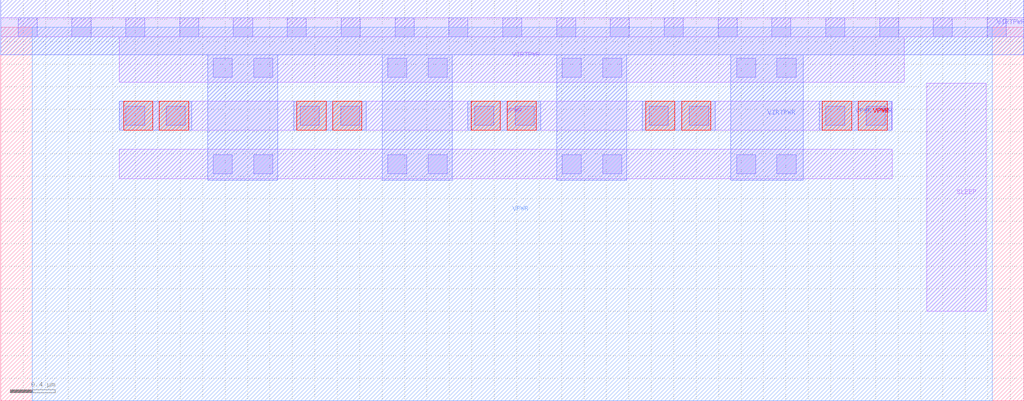
<source format=lef>
# Copyright 2020 The SkyWater PDK Authors
#
# Licensed under the Apache License, Version 2.0 (the "License");
# you may not use this file except in compliance with the License.
# You may obtain a copy of the License at
#
#     https://www.apache.org/licenses/LICENSE-2.0
#
# Unless required by applicable law or agreed to in writing, software
# distributed under the License is distributed on an "AS IS" BASIS,
# WITHOUT WARRANTIES OR CONDITIONS OF ANY KIND, either express or implied.
# See the License for the specific language governing permissions and
# limitations under the License.
#
# SPDX-License-Identifier: Apache-2.0

VERSION 5.7 ;
  NAMESCASESENSITIVE ON ;
  NOWIREEXTENSIONATPIN ON ;
  DIVIDERCHAR "/" ;
  BUSBITCHARS "[]" ;
UNITS
  DATABASE MICRONS 200 ;
END UNITS
MACRO sky130_fd_sc_lp__sleep_pargate_plv_14
  CLASS BLOCK ;
  FOREIGN sky130_fd_sc_lp__sleep_pargate_plv_14 ;
  ORIGIN  0.000000  0.000000 ;
  SIZE  9.120000 BY  3.330000 ;
  PIN SLEEP
    ANTENNAGATEAREA  2.100000 ;
    PORT
      LAYER li1 ;
        RECT 8.255000 0.800000 8.785000 2.830000 ;
    END
  END SLEEP
  PIN VIRTPWR
    ANTENNADIFFAREA  3.710000 ;
    PORT
      LAYER li1 ;
        RECT 0.000000 3.245000 9.120000 3.415000 ;
        RECT 1.055000 1.980000 7.950000 2.240000 ;
        RECT 1.055000 2.840000 8.055000 3.245000 ;
      LAYER mcon ;
        RECT 0.155000 3.245000 0.325000 3.415000 ;
        RECT 0.635000 3.245000 0.805000 3.415000 ;
        RECT 1.115000 3.245000 1.285000 3.415000 ;
        RECT 1.595000 3.245000 1.765000 3.415000 ;
        RECT 1.895000 2.025000 2.065000 2.195000 ;
        RECT 1.895000 2.885000 2.065000 3.055000 ;
        RECT 2.075000 3.245000 2.245000 3.415000 ;
        RECT 2.255000 2.025000 2.425000 2.195000 ;
        RECT 2.255000 2.885000 2.425000 3.055000 ;
        RECT 2.555000 3.245000 2.725000 3.415000 ;
        RECT 3.035000 3.245000 3.205000 3.415000 ;
        RECT 3.450000 2.025000 3.620000 2.195000 ;
        RECT 3.450000 2.885000 3.620000 3.055000 ;
        RECT 3.515000 3.245000 3.685000 3.415000 ;
        RECT 3.810000 2.025000 3.980000 2.195000 ;
        RECT 3.810000 2.885000 3.980000 3.055000 ;
        RECT 3.995000 3.245000 4.165000 3.415000 ;
        RECT 4.475000 3.245000 4.645000 3.415000 ;
        RECT 4.955000 3.245000 5.125000 3.415000 ;
        RECT 5.005000 2.025000 5.175000 2.195000 ;
        RECT 5.005000 2.885000 5.175000 3.055000 ;
        RECT 5.365000 2.025000 5.535000 2.195000 ;
        RECT 5.365000 2.885000 5.535000 3.055000 ;
        RECT 5.435000 3.245000 5.605000 3.415000 ;
        RECT 5.915000 3.245000 6.085000 3.415000 ;
        RECT 6.395000 3.245000 6.565000 3.415000 ;
        RECT 6.560000 2.025000 6.730000 2.195000 ;
        RECT 6.560000 2.885000 6.730000 3.055000 ;
        RECT 6.875000 3.245000 7.045000 3.415000 ;
        RECT 6.920000 2.025000 7.090000 2.195000 ;
        RECT 6.920000 2.885000 7.090000 3.055000 ;
        RECT 7.355000 3.245000 7.525000 3.415000 ;
        RECT 7.835000 3.245000 8.005000 3.415000 ;
        RECT 8.315000 3.245000 8.485000 3.415000 ;
        RECT 8.795000 3.245000 8.965000 3.415000 ;
      LAYER met1 ;
        RECT 0.000000 3.085000 9.120000 3.575000 ;
        RECT 1.845000 1.965000 2.470000 3.085000 ;
        RECT 3.400000 1.965000 4.025000 3.085000 ;
        RECT 4.955000 1.965000 5.580000 3.085000 ;
        RECT 6.510000 1.965000 7.155000 3.085000 ;
    END
  END VIRTPWR
  PIN VPWR
    USE POWER ;
    PORT
      LAYER li1 ;
        RECT 1.055000 2.410000 7.950000 2.670000 ;
      LAYER mcon ;
        RECT 1.115000 2.455000 1.285000 2.625000 ;
        RECT 1.475000 2.455000 1.645000 2.625000 ;
        RECT 2.670000 2.455000 2.840000 2.625000 ;
        RECT 3.030000 2.455000 3.200000 2.625000 ;
        RECT 4.225000 2.455000 4.395000 2.625000 ;
        RECT 4.585000 2.455000 4.755000 2.625000 ;
        RECT 5.780000 2.455000 5.950000 2.625000 ;
        RECT 6.140000 2.455000 6.310000 2.625000 ;
        RECT 7.355000 2.455000 7.525000 2.625000 ;
        RECT 7.715000 2.455000 7.885000 2.625000 ;
      LAYER met1 ;
        RECT 1.055000 2.410000 1.705000 2.670000 ;
        RECT 2.610000 2.410000 3.260000 2.670000 ;
        RECT 4.165000 2.410000 4.815000 2.670000 ;
        RECT 5.720000 2.410000 6.370000 2.670000 ;
        RECT 7.295000 2.410000 7.945000 2.670000 ;
      LAYER met2 ;
        RECT 0.280000 0.000000 8.840000 3.330000 ;
      LAYER via ;
        RECT 1.095000 2.410000 1.355000 2.670000 ;
        RECT 1.415000 2.410000 1.675000 2.670000 ;
        RECT 2.640000 2.410000 2.900000 2.670000 ;
        RECT 2.960000 2.410000 3.220000 2.670000 ;
        RECT 4.195000 2.410000 4.455000 2.670000 ;
        RECT 4.515000 2.410000 4.775000 2.670000 ;
        RECT 5.750000 2.410000 6.010000 2.670000 ;
        RECT 6.070000 2.410000 6.330000 2.670000 ;
        RECT 7.325000 2.410000 7.585000 2.670000 ;
        RECT 7.645000 2.410000 7.905000 2.670000 ;
    END
  END VPWR
END sky130_fd_sc_lp__sleep_pargate_plv_14

</source>
